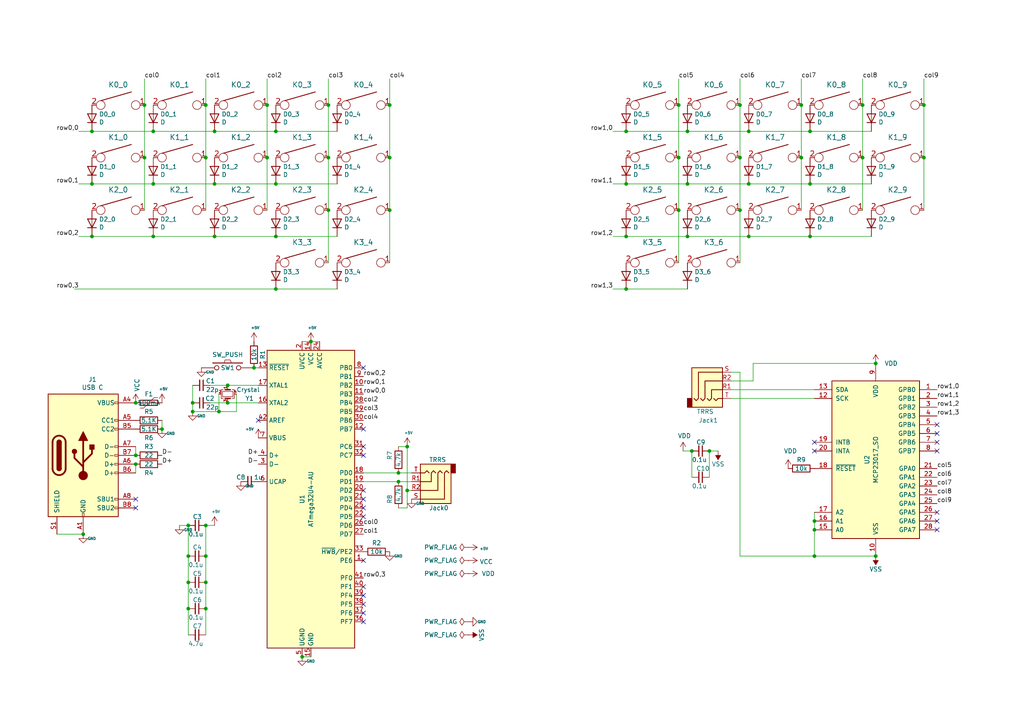
<source format=kicad_sch>
(kicad_sch (version 20230121) (generator eeschema)
  (paper "A4")
  (junction (at 66.04 111.76))
  (junction (at 181.61 68.58))
  (junction (at 236.22 153.67))
  (junction (at 115.57 137.16))
  (junction (at 54.61 161.29))
  (junction (at 113.03 60.96))
  (junction (at 55.88 119.38))
  (junction (at 54.61 152.4))
  (junction (at 55.88 116.84))
  (junction (at 196.85 30.48))
  (junction (at 24.13 154.94))
  (junction (at 181.61 83.82))
  (junction (at 113.03 30.48))
  (junction (at 214.63 30.48))
  (junction (at 236.22 161.29))
  (junction (at 95.25 30.48))
  (junction (at 62.23 68.58))
  (junction (at 80.01 38.1))
  (junction (at 196.85 45.72))
  (junction (at 54.61 168.91))
  (junction (at 234.95 68.58))
  (junction (at 80.01 53.34))
  (junction (at 44.45 38.1))
  (junction (at 200.66 130.81))
  (junction (at 199.39 68.58))
  (junction (at 199.39 53.34))
  (junction (at 41.91 30.48))
  (junction (at 77.47 30.48))
  (junction (at 41.91 45.72))
  (junction (at 267.97 45.72))
  (junction (at 59.69 161.29))
  (junction (at 236.22 151.13))
  (junction (at 217.17 68.58))
  (junction (at 39.37 132.08))
  (junction (at 62.23 38.1))
  (junction (at 205.74 130.81))
  (junction (at 80.01 83.82))
  (junction (at 181.61 38.1))
  (junction (at 232.41 45.72))
  (junction (at 113.03 45.72))
  (junction (at 267.97 30.48))
  (junction (at 62.23 53.34))
  (junction (at 44.45 68.58))
  (junction (at 26.67 68.58))
  (junction (at 199.39 38.1))
  (junction (at 77.47 45.72))
  (junction (at 234.95 53.34))
  (junction (at 95.25 45.72))
  (junction (at 214.63 45.72))
  (junction (at 80.01 68.58))
  (junction (at 254 161.29))
  (junction (at 118.11 129.54))
  (junction (at 196.85 60.96))
  (junction (at 214.63 60.96))
  (junction (at 232.41 30.48))
  (junction (at 26.67 53.34))
  (junction (at 217.17 38.1))
  (junction (at 54.61 176.53))
  (junction (at 95.25 60.96))
  (junction (at 59.69 45.72))
  (junction (at 44.45 53.34))
  (junction (at 59.69 168.91))
  (junction (at 254 105.41))
  (junction (at 73.66 106.68))
  (junction (at 26.67 38.1))
  (junction (at 217.17 53.34))
  (junction (at 66.04 116.84))
  (junction (at 234.95 38.1))
  (junction (at 118.11 142.24))
  (junction (at 63.5 119.38))
  (junction (at 39.37 134.62))
  (junction (at 181.61 53.34))
  (junction (at 250.19 45.72))
  (junction (at 90.17 99.06))
  (junction (at 59.69 30.48))
  (junction (at 59.69 152.4))
  (junction (at 39.37 116.84))
  (junction (at 87.63 190.5))
  (junction (at 115.57 139.7))
  (junction (at 46.99 124.46))
  (junction (at 59.69 176.53))
  (junction (at 250.19 30.48))
  (no_connect (at 271.78 148.59))
  (no_connect (at 105.41 147.32))
  (no_connect (at 388.62 93.98))
  (no_connect (at 105.41 162.56))
  (no_connect (at 39.37 147.32))
  (no_connect (at 105.41 129.54))
  (no_connect (at 74.93 121.92))
  (no_connect (at 105.41 149.86))
  (no_connect (at 105.41 106.68))
  (no_connect (at 271.78 123.19))
  (no_connect (at 236.22 128.27))
  (no_connect (at 236.22 130.81))
  (no_connect (at 271.78 153.67))
  (no_connect (at 105.41 175.26))
  (no_connect (at 105.41 177.8))
  (no_connect (at 271.78 130.81))
  (no_connect (at 105.41 170.18))
  (no_connect (at 105.41 180.34))
  (no_connect (at 105.41 142.24))
  (no_connect (at 105.41 132.08))
  (no_connect (at 105.41 172.72))
  (no_connect (at 105.41 124.46))
  (no_connect (at 271.78 125.73))
  (no_connect (at 39.37 144.78))
  (no_connect (at 271.78 151.13))
  (no_connect (at 271.78 128.27))
  (no_connect (at 105.41 144.78))
  (wire (pts (xy 250.19 45.72) (xy 250.19 60.96)))
  (wire (pts (xy 22.86 38.1) (xy 26.67 38.1)))
  (wire (pts (xy 44.45 53.34) (xy 62.23 53.34)))
  (wire (pts (xy 217.17 68.58) (xy 234.95 68.58)))
  (wire (pts (xy 54.61 176.53) (xy 54.61 168.91)))
  (wire (pts (xy 68.58 119.38) (xy 63.5 119.38)))
  (wire (pts (xy 90.17 99.06) (xy 87.63 99.06)))
  (wire (pts (xy 214.63 161.29) (xy 236.22 161.29)))
  (wire (pts (xy 115.57 139.7) (xy 119.38 139.7)))
  (wire (pts (xy 214.63 60.96) (xy 214.63 76.2)))
  (wire (pts (xy 41.91 30.48) (xy 41.91 45.72)))
  (wire (pts (xy 55.88 116.84) (xy 55.88 119.38)))
  (wire (pts (xy 250.19 22.86) (xy 250.19 30.48)))
  (wire (pts (xy 236.22 148.59) (xy 236.22 151.13)))
  (wire (pts (xy 59.69 22.86) (xy 59.69 30.48)))
  (wire (pts (xy 59.69 176.53) (xy 59.69 184.15)))
  (wire (pts (xy 63.5 119.38) (xy 63.5 114.3)))
  (wire (pts (xy 199.39 53.34) (xy 217.17 53.34)))
  (wire (pts (xy 66.04 111.76) (xy 60.96 111.76)))
  (wire (pts (xy 236.22 153.67) (xy 236.22 161.29)))
  (wire (pts (xy 199.39 68.58) (xy 217.17 68.58)))
  (wire (pts (xy 115.57 137.16) (xy 119.38 137.16)))
  (wire (pts (xy 252.73 68.58) (xy 234.95 68.58)))
  (wire (pts (xy 196.85 22.86) (xy 196.85 30.48)))
  (wire (pts (xy 80.01 53.34) (xy 62.23 53.34)))
  (wire (pts (xy 26.67 68.58) (xy 44.45 68.58)))
  (wire (pts (xy 267.97 45.72) (xy 267.97 60.96)))
  (wire (pts (xy 60.96 116.84) (xy 66.04 116.84)))
  (wire (pts (xy 44.45 38.1) (xy 62.23 38.1)))
  (wire (pts (xy 92.71 99.06) (xy 90.17 99.06)))
  (wire (pts (xy 199.39 38.1) (xy 217.17 38.1)))
  (wire (pts (xy 115.57 147.32) (xy 118.11 147.32)))
  (wire (pts (xy 177.8 68.58) (xy 181.61 68.58)))
  (wire (pts (xy 39.37 132.08) (xy 39.37 129.54)))
  (wire (pts (xy 80.01 83.82) (xy 97.79 83.82)))
  (wire (pts (xy 59.69 152.4) (xy 62.23 152.4)))
  (wire (pts (xy 95.25 30.48) (xy 95.25 45.72)))
  (wire (pts (xy 95.25 22.86) (xy 95.25 30.48)))
  (wire (pts (xy 212.09 113.03) (xy 236.22 113.03)))
  (wire (pts (xy 214.63 30.48) (xy 214.63 45.72)))
  (wire (pts (xy 177.8 53.34) (xy 181.61 53.34)))
  (wire (pts (xy 41.91 45.72) (xy 41.91 60.96)))
  (wire (pts (xy 177.8 38.1) (xy 181.61 38.1)))
  (wire (pts (xy 59.69 168.91) (xy 59.69 176.53)))
  (wire (pts (xy 232.41 30.48) (xy 232.41 45.72)))
  (wire (pts (xy 59.69 161.29) (xy 59.69 168.91)))
  (wire (pts (xy 74.93 116.84) (xy 66.04 116.84)))
  (wire (pts (xy 54.61 184.15) (xy 54.61 176.53)))
  (wire (pts (xy 80.01 68.58) (xy 62.23 68.58)))
  (wire (pts (xy 55.88 119.38) (xy 63.5 119.38)))
  (wire (pts (xy 181.61 53.34) (xy 199.39 53.34)))
  (wire (pts (xy 212.09 110.49) (xy 218.44 110.49)))
  (wire (pts (xy 46.99 121.92) (xy 46.99 124.46)))
  (wire (pts (xy 59.69 152.4) (xy 59.69 161.29)))
  (wire (pts (xy 196.85 45.72) (xy 196.85 60.96)))
  (wire (pts (xy 234.95 53.34) (xy 217.17 53.34)))
  (wire (pts (xy 196.85 30.48) (xy 196.85 45.72)))
  (wire (pts (xy 236.22 161.29) (xy 254 161.29)))
  (wire (pts (xy 54.61 161.29) (xy 54.61 152.4)))
  (wire (pts (xy 205.74 138.43) (xy 205.74 130.81)))
  (wire (pts (xy 55.88 111.76) (xy 55.88 116.84)))
  (wire (pts (xy 250.19 30.48) (xy 250.19 45.72)))
  (wire (pts (xy 214.63 22.86) (xy 214.63 30.48)))
  (wire (pts (xy 59.69 30.48) (xy 59.69 45.72)))
  (wire (pts (xy 39.37 137.16) (xy 39.37 134.62)))
  (wire (pts (xy 236.22 151.13) (xy 236.22 153.67)))
  (wire (pts (xy 232.41 45.72) (xy 232.41 60.96)))
  (wire (pts (xy 77.47 30.48) (xy 77.47 45.72)))
  (wire (pts (xy 97.79 38.1) (xy 80.01 38.1)))
  (wire (pts (xy 52.07 152.4) (xy 54.61 152.4)))
  (wire (pts (xy 113.03 30.48) (xy 113.03 45.72)))
  (wire (pts (xy 177.8 83.82) (xy 181.61 83.82)))
  (wire (pts (xy 77.47 22.86) (xy 77.47 30.48)))
  (wire (pts (xy 74.93 106.68) (xy 73.66 106.68)))
  (wire (pts (xy 105.41 139.7) (xy 115.57 139.7)))
  (wire (pts (xy 214.63 107.95) (xy 214.63 161.29)))
  (wire (pts (xy 218.44 105.41) (xy 254 105.41)))
  (wire (pts (xy 113.03 45.72) (xy 113.03 60.96)))
  (wire (pts (xy 26.67 53.34) (xy 44.45 53.34)))
  (wire (pts (xy 41.91 22.86) (xy 41.91 30.48)))
  (wire (pts (xy 232.41 22.86) (xy 232.41 30.48)))
  (wire (pts (xy 208.28 130.81) (xy 205.74 130.81)))
  (wire (pts (xy 97.79 68.58) (xy 80.01 68.58)))
  (wire (pts (xy 252.73 53.34) (xy 234.95 53.34)))
  (wire (pts (xy 95.25 45.72) (xy 95.25 60.96)))
  (wire (pts (xy 80.01 38.1) (xy 62.23 38.1)))
  (wire (pts (xy 212.09 115.57) (xy 236.22 115.57)))
  (wire (pts (xy 181.61 38.1) (xy 199.39 38.1)))
  (wire (pts (xy 218.44 110.49) (xy 218.44 105.41)))
  (wire (pts (xy 22.86 68.58) (xy 26.67 68.58)))
  (wire (pts (xy 77.47 45.72) (xy 77.47 60.96)))
  (wire (pts (xy 267.97 30.48) (xy 267.97 45.72)))
  (wire (pts (xy 113.03 76.2) (xy 113.03 60.96)))
  (wire (pts (xy 198.12 130.81) (xy 200.66 130.81)))
  (wire (pts (xy 68.58 114.3) (xy 68.58 119.38)))
  (wire (pts (xy 118.11 142.24) (xy 118.11 129.54)))
  (wire (pts (xy 200.66 138.43) (xy 200.66 130.81)))
  (wire (pts (xy 234.95 38.1) (xy 217.17 38.1)))
  (wire (pts (xy 119.38 142.24) (xy 118.11 142.24)))
  (wire (pts (xy 97.79 53.34) (xy 80.01 53.34)))
  (wire (pts (xy 44.45 68.58) (xy 62.23 68.58)))
  (wire (pts (xy 22.86 53.34) (xy 26.67 53.34)))
  (wire (pts (xy 118.11 147.32) (xy 118.11 142.24)))
  (wire (pts (xy 21.59 83.82) (xy 80.01 83.82)))
  (wire (pts (xy 196.85 76.2) (xy 196.85 60.96)))
  (wire (pts (xy 113.03 22.86) (xy 113.03 30.48)))
  (wire (pts (xy 90.17 190.5) (xy 87.63 190.5)))
  (wire (pts (xy 95.25 76.2) (xy 95.25 60.96)))
  (wire (pts (xy 105.41 137.16) (xy 115.57 137.16)))
  (wire (pts (xy 16.51 154.94) (xy 24.13 154.94)))
  (wire (pts (xy 252.73 38.1) (xy 234.95 38.1)))
  (wire (pts (xy 54.61 168.91) (xy 54.61 161.29)))
  (wire (pts (xy 59.69 45.72) (xy 59.69 60.96)))
  (wire (pts (xy 214.63 45.72) (xy 214.63 60.96)))
  (wire (pts (xy 267.97 22.86) (xy 267.97 30.48)))
  (wire (pts (xy 115.57 129.54) (xy 118.11 129.54)))
  (wire (pts (xy 26.67 38.1) (xy 44.45 38.1)))
  (wire (pts (xy 74.93 111.76) (xy 66.04 111.76)))
  (wire (pts (xy 181.61 83.82) (xy 199.39 83.82)))
  (wire (pts (xy 212.09 107.95) (xy 214.63 107.95)))
  (wire (pts (xy 181.61 68.58) (xy 199.39 68.58)))
  (label "col5" (at 196.85 22.86 0))
  (label "col3" (at 95.25 22.86 0))
  (label "row1,1" (at 271.78 115.57 0))
  (label "col6" (at 214.63 22.86 0))
  (label "row1,1" (at 177.8 53.34 180))
  (label "row0,0" (at 105.41 114.3 0))
  (label "col1" (at 59.69 22.86 0))
  (label "col8" (at 271.78 143.51 0))
  (label "row0,0" (at 22.86 38.1 180))
  (label "D-" (at 46.99 132.08 0))
  (label "row1,0" (at 177.8 38.1 180))
  (label "row0,3" (at 22.86 83.82 180))
  (label "row0,1" (at 105.41 111.76 0))
  (label "row0,3" (at 105.41 167.64 0))
  (label "col0" (at 41.91 22.86 0))
  (label "row0,1" (at 22.86 53.34 180))
  (label "D-" (at 74.93 134.62 180))
  (label "col4" (at 113.03 22.86 0))
  (label "col6" (at 271.78 138.43 0))
  (label "col2" (at 77.47 22.86 0))
  (label "col9" (at 271.78 146.05 0))
  (label "col5" (at 271.78 135.89 0))
  (label "col0" (at 105.41 152.4 0))
  (label "D+" (at 46.99 134.62 0))
  (label "row1,2" (at 177.8 68.58 180))
  (label "col7" (at 271.78 140.97 0))
  (label "row0,2" (at 22.86 68.58 180))
  (label "col7" (at 232.41 22.86 0))
  (label "row1,2" (at 271.78 118.11 0))
  (label "row1,0" (at 271.78 113.03 0))
  (label "col4" (at 105.41 121.92 0))
  (label "col9" (at 267.97 22.86 0))
  (label "D+" (at 74.93 132.08 180))
  (label "col2" (at 105.41 116.84 0))
  (label "col8" (at 250.19 22.86 0))
  (label "row1,3" (at 177.8 83.82 180))
  (label "col1" (at 105.41 154.94 0))
  (label "row1,3" (at 271.78 120.65 0))
  (label "col3" (at 105.41 119.38 0))
  (label "row0,2" (at 105.41 109.22 0))
  (symbol (lib_id "Device:C_Small") (at 58.42 111.76 270) (unit 1)
    (property "Reference" "C1" (at 59.69 110.49 90) (effects (justify left)))
    (property "Value" "22p" (at 59.69 113.03 90) (effects (justify left)))
    (property "Footprint" "Capacitor_SMD:C_0805_2012Metric_Pad1.15x1.40mm_HandSolder" (effects hide))
    (property "LCSC Part" "C1804" (effects hide))
  )
  (symbol (lib_id "Device:C_Small") (at 58.42 116.84 90) (unit 1)
    (property "Reference" "C2" (at 62.23 115.57 90) (effects (justify left)))
    (property "Value" "22p" (at 63.5 118.11 90) (effects (justify left)))
    (property "Footprint" "Capacitor_SMD:C_0805_2012Metric_Pad1.15x1.40mm_HandSolder" (effects hide))
    (property "LCSC Part" "C1804" (effects hide))
  )
  (symbol (lib_id "Device:C_Small") (at 57.15 152.4 270) (unit 1)
    (property "Reference" "C3" (at 55.88 149.86 90) (effects (justify left)))
    (property "Value" "0.1u" (at 54.61 154.94 90) (effects (justify left)))
    (property "Footprint" "Capacitor_SMD:C_0805_2012Metric_Pad1.15x1.40mm_HandSolder" (effects hide))
    (property "LCSC Part" "C49678" (effects hide))
  )
  (symbol (lib_id "Device:C_Small") (at 57.15 161.29 270) (unit 1)
    (property "Reference" "C4" (at 55.88 158.75 90) (effects (justify left)))
    (property "Value" "0.1u" (at 54.61 163.83 90) (effects (justify left)))
    (property "Footprint" "Capacitor_SMD:C_0805_2012Metric_Pad1.15x1.40mm_HandSolder" (effects hide))
    (property "LCSC Part" "C49678" (effects hide))
  )
  (symbol (lib_id "Device:C_Small") (at 57.15 168.91 270) (unit 1)
    (property "Reference" "C5" (at 55.88 166.37 90) (effects (justify left)))
    (property "Value" "0.1u" (at 54.61 171.45 90) (effects (justify left)))
    (property "Footprint" "Capacitor_SMD:C_0805_2012Metric_Pad1.15x1.40mm_HandSolder" (effects hide))
    (property "LCSC Part" "C49678" (effects hide))
  )
  (symbol (lib_id "Device:C_Small") (at 57.15 176.53 270) (unit 1)
    (property "Reference" "C6" (at 55.88 173.99 90) (effects (justify left)))
    (property "Value" "0.1u" (at 54.61 179.07 90) (effects (justify left)))
    (property "Footprint" "Capacitor_SMD:C_0805_2012Metric_Pad1.15x1.40mm_HandSolder" (effects hide))
    (property "LCSC Part" "C49678" (effects hide))
  )
  (symbol (lib_id "Device:C_Small") (at 57.15 184.15 270) (unit 1)
    (property "Reference" "C7" (at 55.88 181.61 90) (effects (justify left)))
    (property "Value" "4.7u" (at 54.61 186.69 90) (effects (justify left)))
    (property "Footprint" "Capacitor_SMD:C_0805_2012Metric_Pad1.15x1.40mm_HandSolder" (effects hide))
    (property "LCSC Part" "C1779" (effects hide))
  )
  (symbol (lib_id "keyboard_parts:SW_PUSH") (at 66.04 106.68 0) (unit 1)
    (property "Reference" "SW1" (at 66.04 106.68 0))
    (property "Value" "SW_PUSH" (at 66.04 102.87 0))
    (property "Footprint" "Button_Switch_SMD:SW_SPST_B3U-1000P" (effects hide))
    (property "LCSC Part" "C231329" (effects hide))
  )
  (symbol (lib_id "Device:R") (at 73.66 102.87 180) (unit 1)
    (property "Reference" "R1" (at 76.2 102.87 90))
    (property "Value" "10k" (at 73.66 102.87 90))
    (property "Footprint" "Resistor_SMD:R_0805_2012Metric_Pad1.15x1.40mm_HandSolder" (effects hide))
    (property "LCSC Part" "C17414" (effects hide))
  )
  (symbol (lib_id "Device:R") (at 109.22 160.02 270) (unit 1)
    (property "Reference" "R2" (at 109.22 157.48 90))
    (property "Value" "10k" (at 109.22 160.02 90))
    (property "Footprint" "Resistor_SMD:R_0805_2012Metric_Pad1.15x1.40mm_HandSolder" (effects hide))
    (property "LCSC Part" "C17414" (effects hide))
  )
  (symbol (lib_id "Device:R") (at 43.18 132.08 270) (unit 1)
    (property "Reference" "R3" (at 43.18 129.54 90))
    (property "Value" "22" (at 43.18 132.08 90))
    (property "Footprint" "Resistor_SMD:R_0805_2012Metric_Pad1.15x1.40mm_HandSolder" (effects hide))
    (property "LCSC Part" "C17561" (effects hide))
  )
  (symbol (lib_id "Device:R") (at 43.18 134.62 270) (unit 1)
    (property "Reference" "R4" (at 43.18 137.16 90))
    (property "Value" "22" (at 43.18 134.62 90))
    (property "Footprint" "Resistor_SMD:R_0805_2012Metric_Pad1.15x1.40mm_HandSolder" (effects hide))
    (property "LCSC Part" "C17561" (effects hide))
  )
  (symbol (lib_id "Device:C_Small") (at 72.39 139.7 270) (unit 1)
    (property "Reference" "C8" (at 69.85 138.43 90))
    (property "Value" "1u" (at 74.93 138.43 90))
    (property "Footprint" "Capacitor_SMD:C_0805_2012Metric_Pad1.15x1.40mm_HandSolder" (effects hide))
    (property "LCSC Part" "C28323" (effects hide))
  )
  (symbol (lib_id "Interface_Expansion:MCP23017_SO") (at 254 133.35 0) (unit 1)
    (property "Reference" "U2" (at 251.46 133.35 90))
    (property "Value" "MCP23017_SO" (at 254 133.35 90))
    (property "Footprint" "Package_SO:SOIC-28W_7.5x17.9mm_P1.27mm" (effects hide))
    (property "Datasheet" "http://ww1.microchip.com/downloads/en/DeviceDoc/20001952C.pdf" (effects hide))
    (property "LCSC Part" "C47023" (effects hide))
  )
  (symbol (lib_id "Device:R") (at 43.18 121.92 270) (unit 1)
    (property "Reference" "R5" (at 43.18 119.38 90))
    (property "Value" "5.1K" (at 43.18 121.92 90))
    (property "Footprint" "Resistor_SMD:R_0805_2012Metric_Pad1.15x1.40mm_HandSolder" (effects hide))
    (property "LCSC Part" "C27834" (effects hide))
  )
  (symbol (lib_id "Device:R") (at 43.18 124.46 270) (unit 1)
    (property "Reference" "R6" (at 43.18 127 90))
    (property "Value" "5.1K" (at 43.18 124.46 90))
    (property "Footprint" "Resistor_SMD:R_0805_2012Metric_Pad1.15x1.40mm_HandSolder" (effects hide))
    (property "LCSC Part" "C27834" (effects hide))
  )
  (symbol (lib_id "power:GND") (at 46.99 124.46 0) (unit 1)
    (property "Reference" "#PWR0107" (effects hide))
    (property "Value" "GND" (at 48.26 125.73 0) (effects (font (size 0.762 0.762)) (justify left)))
  )
  (symbol (lib_id "Device:C_Small") (at 203.2 130.81 270) (unit 1)
    (property "Reference" "C9" (at 201.93 128.27 90) (effects (justify left)))
    (property "Value" "0.1u" (at 200.66 133.35 90) (effects (justify left)))
    (property "Footprint" "Capacitor_SMD:C_0805_2012Metric_Pad1.15x1.40mm_HandSolder" (effects hide))
    (property "LCSC Part" "C49678" (effects hide))
  )
  (symbol (lib_id "power:VDD") (at 198.12 130.81 0) (unit 1)
    (property "Reference" "#PWR0135" (effects hide))
    (property "Value" "VDD" (at 198.501 126.4158 0))
  )
  (symbol (lib_id "keyboard_parts:KEYSW") (at 34.29 30.48 0) (unit 1)
    (property "Reference" "K0_0" (at 34.29 24.5618 0) (effects (font (size 1.524 1.524))))
    (property "Value" "KEYSW" (effects hide))
    (property "Footprint" "switches:Choc_Mini_PG1232_MX_Spacing" (effects hide))
    (property "DNP" "true" (effects hide))
    (property "JLCPCB BOM" "false" (effects hide))
  )
  (symbol (lib_id "Device:D") (at 26.67 34.29 90) (unit 1)
    (property "Reference" "D0_0" (at 28.702 33.1216 90) (effects (justify right)))
    (property "Value" "D" (at 28.702 35.433 90) (effects (justify right)))
    (property "Footprint" "Diode_SMD:D_SOD-123" (effects hide))
    (property "LCSC Part" "C81598" (effects hide))
  )
  (symbol (lib_id "keyboard_parts:KEYSW") (at 34.29 45.72 0) (unit 1)
    (property "Reference" "K1_0" (at 34.29 39.8018 0) (effects (font (size 1.524 1.524))))
    (property "Value" "KEYSW" (effects hide))
    (property "Footprint" "switches:Choc_Mini_PG1232_MX_Spacing" (effects hide))
    (property "DNP" "true" (effects hide))
    (property "JLCPCB BOM" "false" (effects hide))
  )
  (symbol (lib_id "Device:D") (at 26.67 49.53 90) (unit 1)
    (property "Reference" "D1_0" (at 28.702 48.3616 90) (effects (justify right)))
    (property "Value" "D" (at 28.702 50.673 90) (effects (justify right)))
    (property "Footprint" "Diode_SMD:D_SOD-123" (effects hide))
    (property "LCSC Part" "C81598" (effects hide))
  )
  (symbol (lib_id "power:VDD") (at 254 105.41 0) (unit 1)
    (property "Reference" "#PWR0126" (effects hide))
    (property "Value" "VDD" (at 256.54 105.41 0) (effects (justify left)))
  )
  (symbol (lib_id "Device:D") (at 44.45 34.29 90) (unit 1)
    (property "Reference" "D0_1" (at 46.482 33.1216 90) (effects (justify right)))
    (property "Value" "D" (at 46.482 35.433 90) (effects (justify right)))
    (property "Footprint" "Diode_SMD:D_SOD-123" (effects hide))
    (property "LCSC Part" "C81598" (effects hide))
  )
  (symbol (lib_id "Device:D") (at 44.45 49.53 90) (unit 1)
    (property "Reference" "D1_1" (at 46.482 48.3616 90) (effects (justify right)))
    (property "Value" "D" (at 46.482 50.673 90) (effects (justify right)))
    (property "Footprint" "Diode_SMD:D_SOD-123" (effects hide))
    (property "LCSC Part" "C81598" (effects hide))
  )
  (symbol (lib_id "keyboard_parts:KEYSW") (at 52.07 45.72 0) (unit 1)
    (property "Reference" "K1_1" (at 52.07 39.8018 0) (effects (font (size 1.524 1.524))))
    (property "Value" "KEYSW" (effects hide))
    (property "Footprint" "switches:Choc_Mini_PG1232_MX_Spacing" (effects hide))
    (property "DNP" "true" (effects hide))
    (property "JLCPCB BOM" "false" (effects hide))
  )
  (symbol (lib_id "keyboard_parts:KEYSW") (at 69.85 30.48 0) (unit 1)
    (property "Reference" "K0_2" (at 69.85 24.5618 0) (effects (font (size 1.524 1.524))))
    (property "Value" "KEYSW" (effects hide))
    (property "Footprint" "switches:Choc_Mini_PG1232_MX_Spacing" (effects hide))
    (property "DNP" "true" (effects hide))
    (property "JLCPCB BOM" "false" (effects hide))
  )
  (symbol (lib_id "Device:D") (at 62.23 34.29 90) (unit 1)
    (property "Reference" "D0_2" (at 64.262 33.1216 90) (effects (justify right)))
    (property "Value" "D" (at 64.262 35.433 90) (effects (justify right)))
    (property "Footprint" "Diode_SMD:D_SOD-123" (effects hide))
    (property "LCSC Part" "C81598" (effects hide))
  )
  (symbol (lib_id "keyboard_parts:KEYSW") (at 52.07 30.48 0) (unit 1)
    (property "Reference" "K0_1" (at 52.07 24.5618 0) (effects (font (size 1.524 1.524))))
    (property "Value" "KEYSW" (effects hide))
    (property "Footprint" "switches:Choc_Mini_PG1232_MX_Spacing" (effects hide))
    (property "DNP" "true" (effects hide))
    (property "JLCPCB BOM" "false" (effects hide))
  )
  (symbol (lib_id "keyboard_parts:KEYSW") (at 69.85 45.72 0) (unit 1)
    (property "Reference" "K1_2" (at 69.85 39.8018 0) (effects (font (size 1.524 1.524))))
    (property "Value" "KEYSW" (effects hide))
    (property "Footprint" "switches:Choc_Mini_PG1232_MX_Spacing" (effects hide))
    (property "DNP" "true" (effects hide))
    (property "JLCPCB BOM" "false" (effects hide))
  )
  (symbol (lib_id "Device:D") (at 62.23 49.53 90) (unit 1)
    (property "Reference" "D1_2" (at 64.262 48.3616 90) (effects (justify right)))
    (property "Value" "D" (at 64.262 50.673 90) (effects (justify right)))
    (property "Footprint" "Diode_SMD:D_SOD-123" (effects hide))
    (property "LCSC Part" "C81598" (effects hide))
  )
  (symbol (lib_id "keyboard_parts:KEYSW") (at 34.29 60.96 0) (unit 1)
    (property "Reference" "K2_0" (at 34.29 55.0418 0) (effects (font (size 1.524 1.524))))
    (property "Value" "KEYSW" (effects hide))
    (property "Footprint" "switches:Choc_Mini_PG1232_MX_Spacing" (effects hide))
    (property "DNP" "true" (effects hide))
    (property "JLCPCB BOM" "false" (effects hide))
  )
  (symbol (lib_id "Device:D") (at 26.67 64.77 90) (unit 1)
    (property "Reference" "D2_0" (at 28.702 63.6016 90) (effects (justify right)))
    (property "Value" "D" (at 28.702 65.913 90) (effects (justify right)))
    (property "Footprint" "Diode_SMD:D_SOD-123" (effects hide))
    (property "LCSC Part" "C81598" (effects hide))
  )
  (symbol (lib_id "keyboard_parts:KEYSW") (at 52.07 60.96 0) (unit 1)
    (property "Reference" "K2_1" (at 52.07 55.0418 0) (effects (font (size 1.524 1.524))))
    (property "Value" "KEYSW" (effects hide))
    (property "Footprint" "switches:Choc_Mini_PG1232_MX_Spacing" (effects hide))
    (property "DNP" "true" (effects hide))
    (property "JLCPCB BOM" "false" (effects hide))
  )
  (symbol (lib_id "keyboard_parts:KEYSW") (at 69.85 60.96 0) (unit 1)
    (property "Reference" "K2_2" (at 69.85 55.0418 0) (effects (font (size 1.524 1.524))))
    (property "Value" "KEYSW" (effects hide))
    (property "Footprint" "switches:Choc_Mini_PG1232_MX_Spacing" (effects hide))
    (property "DNP" "true" (effects hide))
    (property "JLCPCB BOM" "false" (effects hide))
  )
  (symbol (lib_id "Device:D") (at 44.45 64.77 90) (unit 1)
    (property "Reference" "D2_1" (at 46.482 63.6016 90) (effects (justify right)))
    (property "Value" "D" (at 46.482 65.913 90) (effects (justify right)))
    (property "Footprint" "Diode_SMD:D_SOD-123" (effects hide))
    (property "LCSC Part" "C81598" (effects hide))
  )
  (symbol (lib_id "Device:D") (at 62.23 64.77 90) (unit 1)
    (property "Reference" "D2_2" (at 64.262 63.6016 90) (effects (justify right)))
    (property "Value" "D" (at 64.262 65.913 90) (effects (justify right)))
    (property "Footprint" "Diode_SMD:D_SOD-123" (effects hide))
    (property "LCSC Part" "C81598" (effects hide))
  )
  (symbol (lib_id "keyboard_parts:KEYSW") (at 87.63 30.48 0) (unit 1)
    (property "Reference" "K0_3" (at 87.63 24.5618 0) (effects (font (size 1.524 1.524))))
    (property "Value" "KEYSW" (effects hide))
    (property "Footprint" "switches:Choc_Mini_PG1232_MX_Spacing" (effects hide))
    (property "DNP" "true" (effects hide))
    (property "JLCPCB BOM" "false" (effects hide))
  )
  (symbol (lib_id "keyboard_parts:KEYSW") (at 87.63 45.72 0) (unit 1)
    (property "Reference" "K1_3" (at 87.63 39.8018 0) (effects (font (size 1.524 1.524))))
    (property "Value" "KEYSW" (effects hide))
    (property "Footprint" "switches:Choc_Mini_PG1232_MX_Spacing" (effects hide))
    (property "DNP" "true" (effects hide))
    (property "JLCPCB BOM" "false" (effects hide))
  )
  (symbol (lib_id "keyboard_parts:KEYSW") (at 87.63 60.96 0) (unit 1)
    (property "Reference" "K2_3" (at 87.63 55.0418 0) (effects (font (size 1.524 1.524))))
    (property "Value" "KEYSW" (effects hide))
    (property "Footprint" "switches:Choc_Mini_PG1232_MX_Spacing" (effects hide))
    (property "DNP" "true" (effects hide))
    (property "JLCPCB BOM" "false" (effects hide))
  )
  (symbol (lib_id "Device:D") (at 80.01 34.29 90) (unit 1)
    (property "Reference" "D0_3" (at 82.042 33.1216 90) (effects (justify right)))
    (property "Value" "D" (at 82.042 35.433 90) (effects (justify right)))
    (property "Footprint" "Diode_SMD:D_SOD-123" (effects hide))
    (property "LCSC Part" "C81598" (effects hide))
  )
  (symbol (lib_id "Device:D") (at 80.01 49.53 90) (unit 1)
    (property "Reference" "D1_3" (at 82.042 48.3616 90) (effects (justify right)))
    (property "Value" "D" (at 82.042 50.673 90) (effects (justify right)))
    (property "Footprint" "Diode_SMD:D_SOD-123" (effects hide))
    (property "LCSC Part" "C81598" (effects hide))
  )
  (symbol (lib_id "Device:D") (at 80.01 64.77 90) (unit 1)
    (property "Reference" "D2_3" (at 82.042 63.6016 90) (effects (justify right)))
    (property "Value" "D" (at 82.042 65.913 90) (effects (justify right)))
    (property "Footprint" "Diode_SMD:D_SOD-123" (effects hide))
    (property "LCSC Part" "C81598" (effects hide))
  )
  (symbol (lib_id "keyboard_parts:KEYSW") (at 105.41 30.48 0) (unit 1)
    (property "Reference" "K0_4" (at 105.41 24.5618 0) (effects (font (size 1.524 1.524))))
    (property "Value" "KEYSW" (effects hide))
    (property "Footprint" "switches:Choc_Mini_PG1232_MX_Spacing" (effects hide))
    (property "DNP" "true" (effects hide))
    (property "JLCPCB BOM" "false" (effects hide))
  )
  (symbol (lib_id "Device:D") (at 97.79 34.29 90) (unit 1)
    (property "Reference" "D0_4" (at 99.822 33.1216 90) (effects (justify right)))
    (property "Value" "D" (at 99.822 35.433 90) (effects (justify right)))
    (property "Footprint" "Diode_SMD:D_SOD-123" (effects hide))
    (property "LCSC Part" "C81598" (effects hide))
  )
  (symbol (lib_id "keyboard_parts:KEYSW") (at 105.41 45.72 0) (unit 1)
    (property "Reference" "K1_4" (at 105.41 39.8018 0) (effects (font (size 1.524 1.524))))
    (property "Value" "KEYSW" (effects hide))
    (property "Footprint" "switches:Choc_Mini_PG1232_MX_Spacing" (effects hide))
    (property "DNP" "true" (effects hide))
    (property "JLCPCB BOM" "false" (effects hide))
  )
  (symbol (lib_id "Device:D") (at 97.79 49.53 90) (unit 1)
    (property "Reference" "D1_4" (at 99.822 48.3616 90) (effects (justify right)))
    (property "Value" "D" (at 99.822 50.673 90) (effects (justify right)))
    (property "Footprint" "Diode_SMD:D_SOD-123" (effects hide))
    (property "LCSC Part" "C81598" (effects hide))
  )
  (symbol (lib_id "keyboard_parts:KEYSW") (at 105.41 60.96 0) (unit 1)
    (property "Reference" "K2_4" (at 105.41 55.0418 0) (effects (font (size 1.524 1.524))))
    (property "Value" "KEYSW" (effects hide))
    (property "Footprint" "switches:Choc_Mini_PG1232_MX_Spacing" (effects hide))
    (property "DNP" "true" (effects hide))
    (property "JLCPCB BOM" "false" (effects hide))
  )
  (symbol (lib_id "Device:D") (at 97.79 64.77 90) (unit 1)
    (property "Reference" "D2_4" (at 99.822 63.6016 90) (effects (justify right)))
    (property "Value" "D" (at 99.822 65.913 90) (effects (justify right)))
    (property "Footprint" "Diode_SMD:D_SOD-123" (effects hide))
    (property "LCSC Part" "C81598" (effects hide))
  )
  (symbol (lib_id "keyboard_parts:KEYSW") (at 87.63 76.2 0) (unit 1)
    (property "Reference" "K3_3" (at 87.63 70.2818 0) (effects (font (size 1.524 1.524))))
    (property "Value" "KEYSW" (effects hide))
    (property "Footprint" "switches:Choc_Mini_PG1232_MX_Spacing" (effects hide))
    (property "DNP" "true" (effects hide))
    (property "JLCPCB BOM" "false" (effects hide))
  )
  (symbol (lib_id "keyboard_parts:KEYSW") (at 105.41 76.2 0) (unit 1)
    (property "Reference" "K3_4" (at 105.41 70.2818 0) (effects (font (size 1.524 1.524))))
    (property "Value" "KEYSW" (effects hide))
    (property "Footprint" "switches:Choc_Mini_PG1232_MX_Spacing" (effects hide))
    (property "DNP" "true" (effects hide))
    (property "JLCPCB BOM" "false" (effects hide))
  )
  (symbol (lib_id "Device:D") (at 80.01 80.01 90) (unit 1)
    (property "Reference" "D3_3" (at 82.042 78.8416 90) (effects (justify right)))
    (property "Value" "D" (at 82.042 81.153 90) (effects (justify right)))
    (property "Footprint" "Diode_SMD:D_SOD-123" (effects hide))
    (property "LCSC Part" "C81598" (effects hide))
  )
  (symbol (lib_id "Device:D") (at 97.79 80.01 90) (unit 1)
    (property "Reference" "D3_4" (at 99.822 78.8416 90) (effects (justify right)))
    (property "Value" "D" (at 99.822 81.153 90) (effects (justify right)))
    (property "Footprint" "Diode_SMD:D_SOD-123" (effects hide))
    (property "LCSC Part" "C81598" (effects hide))
  )
  (symbol (lib_id "Connector:USB_C_Receptacle_USB2.0") (at 24.13 132.08 0) (unit 1)
    (property "Reference" "J1" (at 26.8478 110.0582 0))
    (property "Value" "USB C" (at 26.8478 112.3696 0))
    (property "Footprint" "Connector_USB:USB_C_Receptacle_HRO_TYPE-C-31-M-12" (effects hide))
    (property "Datasheet" "https://www.usb.org/sites/default/files/documents/usb_type-c.zip" (effects hide))
    (property "LCSC Part" "C165948" (effects hide))
  )
  (symbol (lib_id "Device:Polyfuse") (at 43.18 116.84 270) (unit 1)
    (property "Reference" "F1" (at 43.18 114.3 90))
    (property "Value" "500mA" (at 43.18 116.84 90))
    (property "Footprint" "Fuse:Fuse_1206_3216Metric" (effects hide))
    (property "LCSC Part" "C151162" (effects hide))
  )
  (symbol (lib_id "power:+5V") (at 46.99 116.84 0) (unit 1)
    (property "Reference" "#PWR0102" (effects hide))
    (property "Value" "+5V" (at 47.371 112.8268 0) (effects (font (size 0.762 0.762))))
  )
  (symbol (lib_id "Connector:AudioJack4") (at 207.01 110.49 0) (unit 1)
    (property "Reference" "Jack1" (at 208.28 121.92 0) (effects (justify right)))
    (property "Value" "TRRS" (at 207.01 119.38 0) (effects (justify right)))
    (property "Footprint" "kbd:TRRS-PJ-320A" (effects hide))
    (property "LCSC Part" "C12569" (effects hide))
  )
  (symbol (lib_id "Device:Crystal_GND24_Small") (at 66.04 114.3 270) (unit 1)
    (property "Reference" "Y1" (at 71.12 115.57 90) (effects (justify left)))
    (property "Value" "Crystal" (at 68.58 113.03 90) (effects (justify left)))
    (property "Footprint" "Crystal:Crystal_SMD_3225-4Pin_3.2x2.5mm" (effects hide))
    (property "Datasheet" "https://lcsc.com/product-detail/SMD-Crystal-Resonators_Yangxing-Tech-X322516MLB4SI_C13738.html/?href=jlc-SMT" (effects hide))
    (property "LCSC Part" "C13738" (effects hide))
  )
  (symbol (lib_id "power:VSS") (at 254 161.29 180) (unit 1)
    (property "Reference" "#PWR0121" (effects hide))
    (property "Value" "VSS" (at 254 165.1 0))
  )
  (symbol (lib_id "power:VSS") (at 208.28 130.81 180) (unit 1)
    (property "Reference" "#PWR0123" (effects hide))
    (property "Value" "VSS" (at 208.28 134.62 0))
  )
  (symbol (lib_id "MCU_Microchip_ATmega:ATmega32U4-AU") (at 90.17 144.78 0) (unit 1)
    (property "Reference" "U1" (at 87.63 144.78 90))
    (property "Value" "ATmega32U4-AU" (at 90.17 144.78 90))
    (property "Footprint" "Package_QFP:TQFP-44_10x10mm_P0.8mm" (effects hide))
    (property "Datasheet" "http://ww1.microchip.com/downloads/en/DeviceDoc/Atmel-7766-8-bit-AVR-ATmega16U4-32U4_Datasheet.pdf" (effects hide))
    (property "LCSC Part" "C44854" (effects hide))
  )
  (symbol (lib_id "power:GND") (at 55.88 119.38 0) (unit 1)
    (property "Reference" "#PWR0101" (effects hide))
    (property "Value" "GND" (at 57.15 120.65 0) (effects (font (size 0.762 0.762)) (justify left)))
  )
  (symbol (lib_id "power:GND") (at 58.42 106.68 0) (unit 1)
    (property "Reference" "#PWR0103" (effects hide))
    (property "Value" "GND" (at 59.69 107.95 0) (effects (font (size 0.762 0.762)) (justify left)))
  )
  (symbol (lib_id "power:GND") (at 113.03 160.02 0) (unit 1)
    (property "Reference" "#PWR0105" (effects hide))
    (property "Value" "GND" (at 114.3 161.29 0) (effects (font (size 0.762 0.762)) (justify left)))
  )
  (symbol (lib_id "power:GND") (at 119.38 144.78 0) (unit 1)
    (property "Reference" "#PWR0106" (effects hide))
    (property "Value" "GND" (at 120.65 146.05 0) (effects (font (size 0.762 0.762)) (justify left)))
  )
  (symbol (lib_id "power:GND") (at 24.13 154.94 0) (unit 1)
    (property "Reference" "#PWR0108" (effects hide))
    (property "Value" "GND" (at 25.4 156.21 0) (effects (font (size 0.762 0.762)) (justify left)))
  )
  (symbol (lib_id "power:GND") (at 87.63 190.5 0) (unit 1)
    (property "Reference" "#PWR0110" (effects hide))
    (property "Value" "GND" (at 88.9 191.77 0) (effects (font (size 0.762 0.762)) (justify left)))
  )
  (symbol (lib_id "power:GND") (at 52.07 152.4 0) (unit 1)
    (property "Reference" "#PWR0111" (effects hide))
    (property "Value" "GND" (at 53.34 153.67 0) (effects (font (size 0.762 0.762)) (justify left)))
  )
  (symbol (lib_id "power:GND") (at 69.85 139.7 0) (unit 1)
    (property "Reference" "#PWR0115" (effects hide))
    (property "Value" "GND" (at 71.12 140.97 0) (effects (font (size 0.762 0.762)) (justify left)))
  )
  (symbol (lib_id "power:+5V") (at 73.66 99.06 0) (unit 1)
    (property "Reference" "#PWR0104" (effects hide))
    (property "Value" "+5V" (at 74.041 95.0468 0) (effects (font (size 0.762 0.762))))
  )
  (symbol (lib_id "power:+5V") (at 90.17 99.06 0) (unit 1)
    (property "Reference" "#PWR0113" (effects hide))
    (property "Value" "+5V" (at 90.551 95.0468 0) (effects (font (size 0.762 0.762))))
  )
  (symbol (lib_id "power:+5V") (at 74.93 127 0) (unit 1)
    (property "Reference" "#PWR0114" (effects hide))
    (property "Value" "+5V" (at 72.39 124.46 0) (effects (font (size 0.762 0.762))))
  )
  (symbol (lib_id "power:+5V") (at 62.23 152.4 0) (unit 1)
    (property "Reference" "#PWR0116" (effects hide))
    (property "Value" "+5V" (at 62.611 148.3868 0) (effects (font (size 0.762 0.762))))
  )
  (symbol (lib_id "power:+5V") (at 118.11 129.54 0) (unit 1)
    (property "Reference" "#PWR0117" (effects hide))
    (property "Value" "+5V" (at 118.491 125.5268 0) (effects (font (size 0.762 0.762))))
  )
  (symbol (lib_id "power:PWR_FLAG") (at 135.89 162.56 90) (unit 1)
    (property "Reference" "#FLG0102" (effects hide))
    (property "Value" "PWR_FLAG" (at 132.6642 162.56 90) (effects (justify left)))
  )
  (symbol (lib_id "power:PWR_FLAG") (at 135.89 166.37 90) (unit 1)
    (property "Reference" "#FLG0101" (effects hide))
    (property "Value" "PWR_FLAG" (at 132.6642 166.37 90) (effects (justify left)))
  )
  (symbol (lib_id "power:VCC") (at 135.89 162.56 270) (unit 1)
    (property "Reference" "#PWR0119" (effects hide))
    (property "Value" "VCC" (at 139.1158 162.941 90) (effects (justify left)))
  )
  (symbol (lib_id "power:VDD") (at 135.89 166.37 270) (unit 1)
    (property "Reference" "#PWR0122" (effects hide))
    (property "Value" "VDD" (at 139.7 166.37 90) (effects (justify left)))
  )
  (symbol (lib_id "power:+5V") (at 135.89 158.75 270) (unit 1)
    (property "Reference" "#PWR0127" (effects hide))
    (property "Value" "+5V" (at 139.1412 159.131 90) (effects (font (size 0.762 0.762)) (justify left)))
  )
  (symbol (lib_id "power:PWR_FLAG") (at 135.89 158.75 90) (unit 1)
    (property "Reference" "#FLG0103" (effects hide))
    (property "Value" "PWR_FLAG" (at 132.6642 158.75 90) (effects (justify left)))
  )
  (symbol (lib_id "power:PWR_FLAG") (at 135.89 180.34 90) (unit 1)
    (property "Reference" "#FLG0104" (effects hide))
    (property "Value" "PWR_FLAG" (at 132.6642 180.34 90) (effects (justify left)))
  )
  (symbol (lib_id "power:GND") (at 135.89 180.34 90) (unit 1)
    (property "Reference" "#PWR0128" (effects hide))
    (property "Value" "GND" (at 140.97 180.34 90) (effects (font (size 0.762 0.762)) (justify left)))
  )
  (symbol (lib_id "power:PWR_FLAG") (at 135.89 184.15 90) (unit 1)
    (property "Reference" "#FLG0105" (effects hide))
    (property "Value" "PWR_FLAG" (at 132.6642 184.15 90) (effects (justify left)))
  )
  (symbol (lib_id "power:VSS") (at 135.89 184.15 270) (unit 1)
    (property "Reference" "#PWR0129" (effects hide))
    (property "Value" "VSS" (at 139.7 184.15 0))
  )
  (symbol (lib_id "power:VCC") (at 39.37 116.84 0) (unit 1)
    (property "Reference" "#PWR0109" (effects hide))
    (property "Value" "VCC" (at 39.751 113.6142 90) (effects (justify left)))
  )
  (symbol (lib_id "Device:C_Small") (at 203.2 138.43 270) (unit 1)
    (property "Reference" "C10" (at 201.93 135.89 90) (effects (justify left)))
    (property "Value" "0.1u" (at 200.66 140.97 90) (effects (justify left)))
    (property "Footprint" "Capacitor_SMD:C_0805_2012Metric_Pad1.15x1.40mm_HandSolder" (effects hide))
    (property "LCSC Part" "C49678" (effects hide))
  )
  (symbol (lib_id "Device:R") (at 232.41 135.89 270) (unit 1)
    (property "Reference" "R9" (at 232.41 133.35 90))
    (property "Value" "10k" (at 232.41 135.89 90))
    (property "Footprint" "Resistor_SMD:R_0805_2012Metric_Pad1.15x1.40mm_HandSolder" (effects hide))
    (property "LCSC Part" "C17414" (effects hide))
  )
  (symbol (lib_id "power:VDD") (at 228.6 135.89 0) (unit 1)
    (property "Reference" "#PWR0112" (effects hide))
    (property "Value" "VDD" (at 227.33 130.81 0) (effects (justify left)))
  )
  (symbol (lib_id "keyboard_parts:KEYSW") (at 189.23 30.48 0) (unit 1)
    (property "Reference" "K0_5" (at 189.23 24.5618 0) (effects (font (size 1.524 1.524))))
    (property "Value" "KEYSW" (effects hide))
    (property "Footprint" "switches:Choc_Mini_PG1232_MX_Spacing" (effects hide))
    (property "DNP" "true" (effects hide))
    (property "JLCPCB BOM" "false" (effects hide))
  )
  (symbol (lib_id "Device:D") (at 181.61 34.29 90) (unit 1)
    (property "Reference" "D0_5" (at 183.642 33.1216 90) (effects (justify right)))
    (property "Value" "D" (at 183.642 35.433 90) (effects (justify right)))
    (property "Footprint" "Diode_SMD:D_SOD-123" (effects hide))
    (property "LCSC Part" "C81598" (effects hide))
  )
  (symbol (lib_id "keyboard_parts:KEYSW") (at 189.23 45.72 0) (unit 1)
    (property "Reference" "K1_5" (at 189.23 39.8018 0) (effects (font (size 1.524 1.524))))
    (property "Value" "KEYSW" (effects hide))
    (property "Footprint" "switches:Choc_Mini_PG1232_MX_Spacing" (effects hide))
    (property "DNP" "true" (effects hide))
    (property "JLCPCB BOM" "false" (effects hide))
  )
  (symbol (lib_id "Device:D") (at 181.61 49.53 90) (unit 1)
    (property "Reference" "D1_5" (at 183.642 48.3616 90) (effects (justify right)))
    (property "Value" "D" (at 183.642 50.673 90) (effects (justify right)))
    (property "Footprint" "Diode_SMD:D_SOD-123" (effects hide))
    (property "LCSC Part" "C81598" (effects hide))
  )
  (symbol (lib_id "Device:D") (at 199.39 34.29 90) (unit 1)
    (property "Reference" "D0_6" (at 201.422 33.1216 90) (effects (justify right)))
    (property "Value" "D" (at 201.422 35.433 90) (effects (justify right)))
    (property "Footprint" "Diode_SMD:D_SOD-123" (effects hide))
    (property "LCSC Part" "C81598" (effects hide))
  )
  (symbol (lib_id "Device:D") (at 199.39 49.53 90) (unit 1)
    (property "Reference" "D1_6" (at 201.422 48.3616 90) (effects (justify right)))
    (property "Value" "D" (at 201.422 50.673 90) (effects (justify right)))
    (property "Footprint" "Diode_SMD:D_SOD-123" (effects hide))
    (property "LCSC Part" "C81598" (effects hide))
  )
  (symbol (lib_id "keyboard_parts:KEYSW") (at 207.01 45.72 0) (unit 1)
    (property "Reference" "K1_6" (at 207.01 39.8018 0) (effects (font (size 1.524 1.524))))
    (property "Value" "KEYSW" (effects hide))
    (property "Footprint" "switches:Choc_Mini_PG1232_MX_Spacing" (effects hide))
    (property "DNP" "true" (effects hide))
    (property "JLCPCB BOM" "false" (effects hide))
  )
  (symbol (lib_id "keyboard_parts:KEYSW") (at 224.79 30.48 0) (unit 1)
    (property "Reference" "K0_7" (at 224.79 24.5618 0) (effects (font (size 1.524 1.524))))
    (property "Value" "KEYSW" (effects hide))
    (property "Footprint" "switches:Choc_Mini_PG1232_MX_Spacing" (effects hide))
    (property "DNP" "true" (effects hide))
    (property "JLCPCB BOM" "false" (effects hide))
  )
  (symbol (lib_id "Device:D") (at 217.17 34.29 90) (unit 1)
    (property "Reference" "D0_7" (at 219.202 33.1216 90) (effects (justify right)))
    (property "Value" "D" (at 219.202 35.433 90) (effects (justify right)))
    (property "Footprint" "Diode_SMD:D_SOD-123" (effects hide))
    (property "LCSC Part" "C81598" (effects hide))
  )
  (symbol (lib_id "keyboard_parts:KEYSW") (at 207.01 30.48 0) (unit 1)
    (property "Reference" "K0_6" (at 207.01 24.5618 0) (effects (font (size 1.524 1.524))))
    (property "Value" "KEYSW" (effects hide))
    (property "Footprint" "switches:Choc_Mini_PG1232_MX_Spacing" (effects hide))
    (property "DNP" "true" (effects hide))
    (property "JLCPCB BOM" "false" (effects hide))
  )
  (symbol (lib_id "keyboard_parts:KEYSW") (at 224.79 45.72 0) (unit 1)
    (property "Reference" "K1_7" (at 224.79 39.8018 0) (effects (font (size 1.524 1.524))))
    (property "Value" "KEYSW" (effects hide))
    (property "Footprint" "switches:Choc_Mini_PG1232_MX_Spacing" (effects hide))
    (property "DNP" "true" (effects hide))
    (property "JLCPCB BOM" "false" (effects hide))
  )
  (symbol (lib_id "Device:D") (at 217.17 49.53 90) (unit 1)
    (property "Reference" "D1_7" (at 219.202 48.3616 90) (effects (justify right)))
    (property "Value" "D" (at 219.202 50.673 90) (effects (justify right)))
    (property "Footprint" "Diode_SMD:D_SOD-123" (effects hide))
    (property "LCSC Part" "C81598" (effects hide))
  )
  (symbol (lib_id "keyboard_parts:KEYSW") (at 189.23 60.96 0) (unit 1)
    (property "Reference" "K2_5" (at 189.23 55.0418 0) (effects (font (size 1.524 1.524))))
    (property "Value" "KEYSW" (effects hide))
    (property "Footprint" "switches:Choc_Mini_PG1232_MX_Spacing" (effects hide))
    (property "DNP" "true" (effects hide))
    (property "JLCPCB BOM" "false" (effects hide))
  )
  (symbol (lib_id "Device:D") (at 181.61 64.77 90) (unit 1)
    (property "Reference" "D2_5" (at 183.642 63.6016 90) (effects (justify right)))
    (property "Value" "D" (at 183.642 65.913 90) (effects (justify right)))
    (property "Footprint" "Diode_SMD:D_SOD-123" (effects hide))
    (property "LCSC Part" "C81598" (effects hide))
  )
  (symbol (lib_id "keyboard_parts:KEYSW") (at 207.01 60.96 0) (unit 1)
    (property "Reference" "K2_6" (at 207.01 55.0418 0) (effects (font (size 1.524 1.524))))
    (property "Value" "KEYSW" (effects hide))
    (property "Footprint" "switches:Choc_Mini_PG1232_MX_Spacing" (effects hide))
    (property "DNP" "true" (effects hide))
    (property "JLCPCB BOM" "false" (effects hide))
  )
  (symbol (lib_id "keyboard_parts:KEYSW") (at 224.79 60.96 0) (unit 1)
    (property "Reference" "K2_7" (at 224.79 55.0418 0) (effects (font (size 1.524 1.524))))
    (property "Value" "KEYSW" (effects hide))
    (property "Footprint" "switches:Choc_Mini_PG1232_MX_Spacing" (effects hide))
    (property "DNP" "true" (effects hide))
    (property "JLCPCB BOM" "false" (effects hide))
  )
  (symbol (lib_id "Device:D") (at 199.39 64.77 90) (unit 1)
    (property "Reference" "D2_6" (at 201.422 63.6016 90) (effects (justify right)))
    (property "Value" "D" (at 201.422 65.913 90) (effects (justify right)))
    (property "Footprint" "Diode_SMD:D_SOD-123" (effects hide))
    (property "LCSC Part" "C81598" (effects hide))
  )
  (symbol (lib_id "Device:D") (at 217.17 64.77 90) (unit 1)
    (property "Reference" "D2_7" (at 219.202 63.6016 90) (effects (justify right)))
    (property "Value" "D" (at 219.202 65.913 90) (effects (justify right)))
    (property "Footprint" "Diode_SMD:D_SOD-123" (effects hide))
    (property "LCSC Part" "C81598" (effects hide))
  )
  (symbol (lib_id "keyboard_parts:KEYSW") (at 242.57 30.48 0) (unit 1)
    (property "Reference" "K0_8" (at 242.57 24.5618 0) (effects (font (size 1.524 1.524))))
    (property "Value" "KEYSW" (effects hide))
    (property "Footprint" "switches:Choc_Mini_PG1232_MX_Spacing" (effects hide))
    (property "DNP" "true" (effects hide))
    (property "JLCPCB BOM" "false" (effects hide))
  )
  (symbol (lib_id "keyboard_parts:KEYSW") (at 242.57 45.72 0) (unit 1)
    (property "Reference" "K1_8" (at 242.57 39.8018 0) (effects (font (size 1.524 1.524))))
    (property "Value" "KEYSW" (effects hide))
    (property "Footprint" "switches:Choc_Mini_PG1232_MX_Spacing" (effects hide))
    (property "DNP" "true" (effects hide))
    (property "JLCPCB BOM" "false" (effects hide))
  )
  (symbol (lib_id "keyboard_parts:KEYSW") (at 242.57 60.96 0) (unit 1)
    (property "Reference" "K2_8" (at 242.57 55.0418 0) (effects (font (size 1.524 1.524))))
    (property "Value" "KEYSW" (effects hide))
    (property "Footprint" "switches:Choc_Mini_PG1232_MX_Spacing" (effects hide))
    (property "DNP" "true" (effects hide))
    (property "JLCPCB BOM" "false" (effects hide))
  )
  (symbol (lib_id "Device:D") (at 234.95 34.29 90) (unit 1)
    (property "Reference" "D0_8" (at 236.982 33.1216 90) (effects (justify right)))
    (property "Value" "D" (at 236.982 35.433 90) (effects (justify right)))
    (property "Footprint" "Diode_SMD:D_SOD-123" (effects hide))
    (property "LCSC Part" "C81598" (effects hide))
  )
  (symbol (lib_id "Device:D") (at 234.95 49.53 90) (unit 1)
    (property "Reference" "D1_8" (at 236.982 48.3616 90) (effects (justify right)))
    (property "Value" "D" (at 236.982 50.673 90) (effects (justify right)))
    (property "Footprint" "Diode_SMD:D_SOD-123" (effects hide))
    (property "LCSC Part" "C81598" (effects hide))
  )
  (symbol (lib_id "Device:D") (at 234.95 64.77 90) (unit 1)
    (property "Reference" "D2_8" (at 236.982 63.6016 90) (effects (justify right)))
    (property "Value" "D" (at 236.982 65.913 90) (effects (justify right)))
    (property "Footprint" "Diode_SMD:D_SOD-123" (effects hide))
    (property "LCSC Part" "C81598" (effects hide))
  )
  (symbol (lib_id "keyboard_parts:KEYSW") (at 260.35 30.48 0) (unit 1)
    (property "Reference" "K0_9" (at 260.35 24.5618 0) (effects (font (size 1.524 1.524))))
    (property "Value" "KEYSW" (effects hide))
    (property "Footprint" "switches:Choc_Mini_PG1232_MX_Spacing" (effects hide))
    (property "DNP" "true" (effects hide))
    (property "JLCPCB BOM" "false" (effects hide))
  )
  (symbol (lib_id "Device:D") (at 252.73 34.29 90) (unit 1)
    (property "Reference" "D0_9" (at 254.762 33.1216 90) (effects (justify right)))
    (property "Value" "D" (at 254.762 35.433 90) (effects (justify right)))
    (property "Footprint" "Diode_SMD:D_SOD-123" (effects hide))
    (property "LCSC Part" "C81598" (effects hide))
  )
  (symbol (lib_id "keyboard_parts:KEYSW") (at 260.35 45.72 0) (unit 1)
    (property "Reference" "K1_9" (at 260.35 39.8018 0) (effects (font (size 1.524 1.524))))
    (property "Value" "KEYSW" (effects hide))
    (property "Footprint" "switches:Choc_Mini_PG1232_MX_Spacing" (effects hide))
    (property "DNP" "true" (effects hide))
    (property "JLCPCB BOM" "false" (effects hide))
  )
  (symbol (lib_id "Device:D") (at 252.73 49.53 90) (unit 1)
    (property "Reference" "D1_9" (at 254.762 48.3616 90) (effects (justify right)))
    (property "Value" "D" (at 254.762 50.673 90) (effects (justify right)))
    (property "Footprint" "Diode_SMD:D_SOD-123" (effects hide))
    (property "LCSC Part" "C81598" (effects hide))
  )
  (symbol (lib_id "keyboard_parts:KEYSW") (at 260.35 60.96 0) (unit 1)
    (property "Reference" "K2_9" (at 260.35 55.0418 0) (effects (font (size 1.524 1.524))))
    (property "Value" "KEYSW" (effects hide))
    (property "Footprint" "switches:Choc_Mini_PG1232_MX_Spacing" (effects hide))
    (property "DNP" "true" (effects hide))
    (property "JLCPCB BOM" "false" (effects hide))
  )
  (symbol (lib_id "Device:D") (at 252.73 64.77 90) (unit 1)
    (property "Reference" "D2_9" (at 254.762 63.6016 90) (effects (justify right)))
    (property "Value" "D" (at 254.762 65.913 90) (effects (justify right)))
    (property "Footprint" "Diode_SMD:D_SOD-123" (effects hide))
    (property "LCSC Part" "C81598" (effects hide))
  )
  (symbol (lib_id "keyboard_parts:KEYSW") (at 189.23 76.2 0) (unit 1)
    (property "Reference" "K3_5" (at 189.23 70.2818 0) (effects (font (size 1.524 1.524))))
    (property "Value" "KEYSW" (effects hide))
    (property "Footprint" "switches:Choc_Mini_PG1232_MX_Spacing" (effects hide))
    (property "DNP" "true" (effects hide))
    (property "JLCPCB BOM" "false" (effects hide))
  )
  (symbol (lib_id "keyboard_parts:KEYSW") (at 207.01 76.2 0) (unit 1)
    (property "Reference" "K3_6" (at 207.01 70.2818 0) (effects (font (size 1.524 1.524))))
    (property "Value" "KEYSW" (effects hide))
    (property "Footprint" "switches:Choc_Mini_PG1232_MX_Spacing" (effects hide))
    (property "DNP" "true" (effects hide))
    (property "JLCPCB BOM" "false" (effects hide))
  )
  (symbol (lib_id "Device:D") (at 181.61 80.01 90) (unit 1)
    (property "Reference" "D3_5" (at 183.642 78.8416 90) (effects (justify right)))
    (property "Value" "D" (at 183.642 81.153 90) (effects (justify right)))
    (property "Footprint" "Diode_SMD:D_SOD-123" (effects hide))
    (property "LCSC Part" "C81598" (effects hide))
  )
  (symbol (lib_id "Device:D") (at 199.39 80.01 90) (unit 1)
    (property "Reference" "D3_6" (at 201.422 78.8416 90) (effects (justify right)))
    (property "Value" "D" (at 201.422 81.153 90) (effects (justify right)))
    (property "Footprint" "Diode_SMD:D_SOD-123" (effects hide))
    (property "LCSC Part" "C81598" (effects hide))
  )
  (symbol (lib_id "Connector:AudioJack4") (at 124.46 142.24 180) (unit 1)
    (property "Reference" "Jack0" (at 124.46 147.32 0) (effects (justify right)))
    (property "Value" "TRRS" (at 124.46 133.35 0) (effects (justify right)))
    (property "Footprint" "kbd:TRRS-PJ-320A" (effects hide))
    (property "LCSC Part" "C12569" (effects hide))
  )
  (symbol (lib_id "Device:R") (at 115.57 133.35 180) (unit 1)
    (property "Reference" "R7" (at 113.03 132.08 90))
    (property "Value" "4.7k" (at 115.57 133.35 90))
    (property "Footprint" "Resistor_SMD:R_0805_2012Metric_Pad1.15x1.40mm_HandSolder" (effects hide))
    (property "LCSC Part" "C17673" (effects hide))
  )
  (symbol (lib_id "Device:R") (at 115.57 143.51 180) (unit 1)
    (property "Reference" "R8" (at 113.03 144.78 90))
    (property "Value" "4.7k" (at 115.57 143.51 90))
    (property "Footprint" "Resistor_SMD:R_0805_2012Metric_Pad1.15x1.40mm_HandSolder" (effects hide))
    (property "LCSC Part" "C17673" (effects hide))
  )
)
</source>
